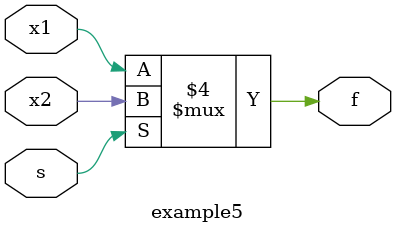
<source format=v>
module example5 (input x1, x2, s, output reg f);

	always @(x1, x2, s)
		if (s == 0)
			f = x1;
		else
			f = x2;

endmodule
</source>
